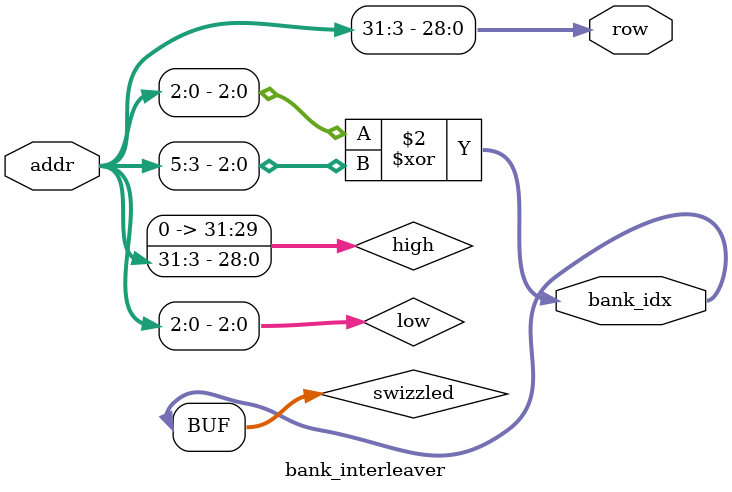
<source format=v>
module bank_interleaver #(
  parameter ADDR_WIDTH = 32,
  parameter BANKS = 8,
  parameter SWIZZLE = 1
)(
  input  wire [ADDR_WIDTH-1:0] addr,
  output wire [$clog2(BANKS)-1:0] bank_idx,
  output wire [ADDR_WIDTH-$clog2(BANKS)-1:0] row
);
  localparam BANK_BITS = $clog2(BANKS);
  wire [BANK_BITS-1:0] low = addr[BANK_BITS-1:0]; // low bits
  wire [ADDR_WIDTH-1:0] high = addr >> BANK_BITS;  // remaining bits
  wire [BANK_BITS-1:0] swizzled = SWIZZLE ? (low ^ high[BANK_BITS-1:0]) : low;
  assign bank_idx = swizzled;
  assign row = high;
endmodule
// Synthesizable: purely combinational mapping for memory controller/SM.
</source>
